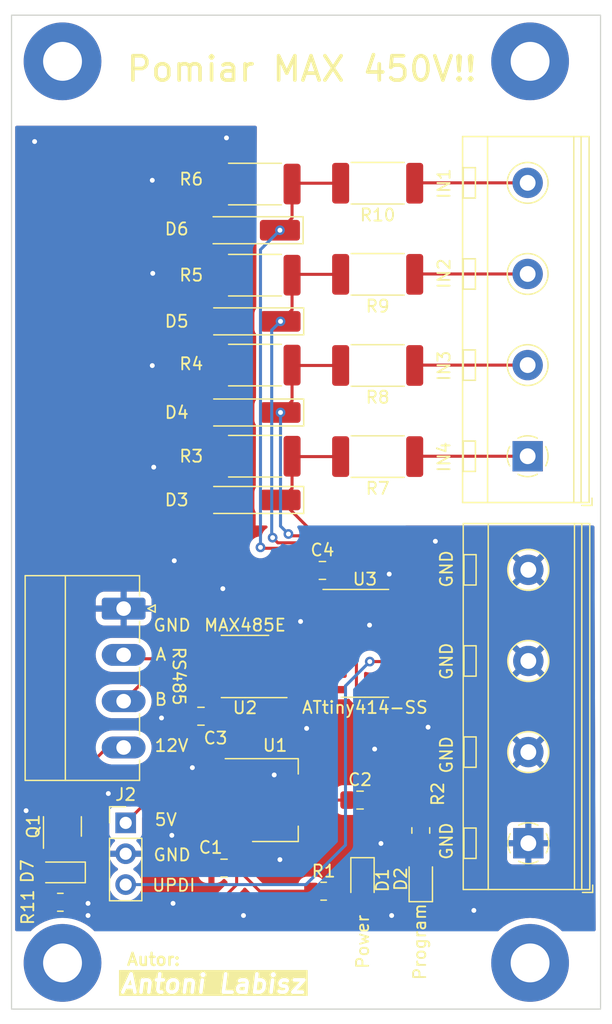
<source format=kicad_pcb>
(kicad_pcb (version 20221018) (generator pcbnew)
  (layers (0 "F.Cu" signal) (31 "B.Cu" signal) (34 "B.Paste" user) (35 "F.Paste" user) (36 "B.SilkS" user "B.Silkscreen") (37 "F.SilkS" user "F.Silkscreen") (38 "B.Mask" user) (39 "F.Mask" user) (44 "Edge.Cuts" user))
  (net 0 "")
  (net 1 "GND1")
  (net 2 "+12C")
  (net 3 "+5VD")
  (net 4 "Net-(D1-A)")
  (net 5 "Net-(D2-A)")
  (net 6 "A1")
  (net 7 "A2")
  (net 8 "A3")
  (net 9 "A4")
  (net 10 "A1b")
  (net 11 "B1b")
  (net 12 "UDPI")
  (net 13 "Net-(J3-Pin_1)")
  (net 14 "Net-(J3-Pin_2)")
  (net 15 "Net-(J3-Pin_3)")
  (net 16 "Net-(J3-Pin_4)")
  (net 17 "A5")
  (net 18 "RX")
  (net 19 "RE{slash}DE")
  (net 20 "TX")
  (net 24 "Net-(D7-A)")
  (net 25 "+12VA")
  (footprint "Resistor_SMD:R_2512_6332Metric_Pad1.40x3.35mm_HandSolder" (layer "F.Cu") (at 208.85 63.23 180)
    (fp_text reference "R7" (at 0 -2.62) (layer "F.SilkS"))
    (fp_text value "1k")
    (fp_line (start -2.177064 -1.71) (end 2.177064 -1.71) (stroke (width 0.12)) (layer "F.SilkS"))
    (fp_line (start -2.177064 1.71) (end 2.177064 1.71) (stroke (width 0.12)) (layer "F.SilkS"))
    (pad "1" smd roundrect (at -3.05 0 180) (size 1.4 3.35) (layers "F.Cu" "F.Paste" "F.Mask") (roundrect_rratio 0.1785707143) (net 13 "Net-(J3-Pin_1)"))
    (pad "2" smd roundrect (at 3.05 0 180) (size 1.4 3.35) (layers "F.Cu" "F.Paste" "F.Mask") (roundrect_rratio 0.1785707143) (net 6 "A1"))
  )
  (footprint "TerminalBlock_RND:TerminalBlock_RND_205-00069_1x04_P7.50mm_Horizontal" (layer "F.Cu") (at 221.255 95.05 90)
    (fp_text reference "J4")
    (fp_text value "Screw_Terminal_01x04")
    (fp_line (start -4.05 4.46) (end -4.05 5.3) (stroke (width 0.12)) (layer "F.SilkS"))
    (fp_line (start -4.05 5.3) (end -3.45 5.3) (stroke (width 0.12)) (layer "F.SilkS"))
    (fp_line (start -3.81 -5.36) (end -3.81 5.06) (stroke (width 0.12)) (layer "F.SilkS"))
    (fp_line (start -3.81 -5.36) (end 26.31 -5.36) (stroke (width 0.12)) (layer "F.SilkS"))
    (fp_line (start -3.81 -3.301) (end 26.31 -3.301) (stroke (width 0.12)) (layer "F.SilkS"))
    (fp_line (start -3.81 3.8) (end 26.31 3.8) (stroke (width 0.12)) (layer "F.SilkS"))
    (fp_line (start -3.81 4.4) (end 26.31 4.4) (stroke (width 0.12)) (layer "F.SilkS"))
    (fp_line (start -3.81 5.06) (end 26.31 5.06) (stroke (width 0.12)) (layer "F.SilkS"))
    (fp_line (start -1.25 -5.301) (end -1.25 -4.301) (stroke (width 0.12)) (layer "F.SilkS"))
    (fp_line (start -1.25 -5.301) (end 1.25 -5.301) (stroke (width 0.12)) (layer "F.SilkS"))
    (fp_line (start -1.25 -4.301) (end 1.25 -4.301) (stroke (width 0.12)) (layer "F.SilkS"))
    (fp_line (start 1.25 -5.301) (end 1.25 -4.301) (stroke (width 0.12)) (layer "F.SilkS"))
    (fp_line (start 6.25 -5.301) (end 6.25 -4.301) (stroke (width 0.12)) (layer "F.SilkS"))
    (fp_line (start 6.25 -5.301) (end 8.75 -5.301) (stroke (width 0.12)) (layer "F.SilkS"))
    (fp_line (start 6.25 -4.301) (end 8.75 -4.301) (stroke (width 0.12)) (layer "F.SilkS"))
    (fp_line (start 8.75 -5.301) (end 8.75 -4.301) (stroke (width 0.12)) (layer "F.SilkS"))
    (fp_line (start 13.75 -5.301) (end 13.75 -4.301) (stroke (width 0.12)) (layer "F.SilkS"))
    (fp_line (start 13.75 -5.301) (end 16.25 -5.301) (stroke (width 0.12)) (layer "F.SilkS"))
    (fp_line (start 13.75 -4.301) (end 16.25 -4.301) (stroke (width 0.12)) (layer "F.SilkS"))
    (fp_line (start 16.25 -5.301) (end 16.25 -4.301) (stroke (width 0.12)) (layer "F.SilkS"))
    (fp_line (start 21.25 -5.301) (end 21.25 -4.301) (stroke (width 0.12)) (layer "F.SilkS"))
    (fp_line (start 21.25 -5.301) (end 23.75 -5.301) (stroke (width 0.12)) (layer "F.SilkS"))
    (fp_line (start 21.25 -4.301) (end 23.75 -4.301) (stroke (width 0.12)) (layer "F.SilkS"))
    (fp_line (start 23.75 -5.301) (end 23.75 -4.301) (stroke (width 0.12)) (layer "F.SilkS"))
    (fp_line (start 26.31 -5.36) (end 26.31 5.06) (stroke (width 0.12)) (layer "F.SilkS"))
    (fp_arc (start -1.483953 0.789089) (mid -1.680708 0.00005) (end -1.484 -0.789) (stroke (width 0.12)) (layer "F.SilkS"))
    (fp_arc (start -0.789089 -1.483953) (mid -0.00005 -1.680708) (end 0.789 -1.484) (stroke (width 0.12)) (layer "F.SilkS"))
    (fp_arc (start 0.029383 1.68045) (mid -0.392304 1.634281) (end -0.789 1.484) (stroke (width 0.12)) (layer "F.SilkS"))
    (fp_arc (start 0.788712 1.483352) (mid 0.406429 1.630097) (end 0 1.68) (stroke (width 0.12)) (layer "F.SilkS"))
    (fp_arc (start 1.483953 -0.789089) (mid 1.680708 -0.00005) (end 1.484 0.789) (stroke (width 0.12)) (layer "F.SilkS"))
    (fp_circle (center 7.5 0) (end 9.18 0) (stroke (width 0.12)) (fill none) (layer "F.SilkS"))
    (fp_circle (center 15 0) (end 16.68 0) (stroke (width 0.12)) (fill none) (layer "F.SilkS"))
    (fp_circle (center 22.5 0) (end 24.18 0) (stroke (width 0.12)) (fill none) (layer "F.SilkS"))
    (pad "1" thru_hole rect (at 0 0 90) (size 2.5 2.5) (drill 1.3) (layers "*.Cu" "*.Mask") (net 1 "GND1"))
    (pad "2" thru_hole circle (at 7.5 0 90) (size 2.5 2.5) (drill 1.3) (layers "*.Cu" "*.Mask") (net 1 "GND1"))
    (pad "3" thru_hole circle (at 15 0 90) (size 2.5 2.5) (drill 1.3) (layers "*.Cu" "*.Mask") (net 1 "GND1"))
    (pad "4" thru_hole circle (at 22.5 0 90) (size 2.5 2.5) (drill 1.3) (layers "*.Cu" "*.Mask") (net 1 "GND1"))
  )
  (footprint "MountingHole:MountingHole_3.2mm_M3_Pad_TopBottom" (layer "F.Cu") (at 221.4 104.9)
    (fp_text reference "H2")
    (fp_text value "MountingHole")
    (pad "1" thru_hole circle (at 0 0) (size 3.6 3.6) (drill 3.2) (layers "*.Cu" "*.Mask"))
    (pad "1" connect circle (at 0 0) (size 6.4 6.4) (layers "F.Cu" "F.Mask"))
    (pad "1" connect circle (at 0 0) (size 6.4 6.4) (layers "B.Cu" "B.Mask"))
  )
  (footprint "Resistor_SMD:R_2512_6332Metric_Pad1.40x3.35mm_HandSolder" (layer "F.Cu") (at 198.75 55.7 180)
    (fp_text reference "R4" (at 5.25 0.1) (layer "F.SilkS"))
    (fp_text value "10R")
    (fp_line (start -2.177064 -1.71) (end 2.177064 -1.71) (stroke (width 0.12)) (layer "F.SilkS"))
    (fp_line (start -2.177064 1.71) (end 2.177064 1.71) (stroke (width 0.12)) (layer "F.SilkS"))
    (pad "1" smd roundrect (at -3.05 0 180) (size 1.4 3.35) (layers "F.Cu" "F.Paste" "F.Mask") (roundrect_rratio 0.1785707143) (net 7 "A2"))
    (pad "2" smd roundrect (at 3.05 0 180) (size 1.4 3.35) (layers "F.Cu" "F.Paste" "F.Mask") (roundrect_rratio 0.1785707143) (net 1 "GND1"))
  )
  (footprint "Resistor_SMD:R_2512_6332Metric_Pad1.40x3.35mm_HandSolder" (layer "F.Cu") (at 208.85 48.23 180)
    (fp_text reference "R9" (at 0 -2.62) (layer "F.SilkS"))
    (fp_text value "1k")
    (fp_line (start -2.177064 -1.71) (end 2.177064 -1.71) (stroke (width 0.12)) (layer "F.SilkS"))
    (fp_line (start -2.177064 1.71) (end 2.177064 1.71) (stroke (width 0.12)) (layer "F.SilkS"))
    (pad "1" smd roundrect (at -3.05 0 180) (size 1.4 3.35) (layers "F.Cu" "F.Paste" "F.Mask") (roundrect_rratio 0.1785707143) (net 15 "Net-(J3-Pin_3)"))
    (pad "2" smd roundrect (at 3.05 0 180) (size 1.4 3.35) (layers "F.Cu" "F.Paste" "F.Mask") (roundrect_rratio 0.1785707143) (net 8 "A3"))
  )
  (footprint "MountingHole:MountingHole_3.2mm_M3_Pad_TopBottom" (layer "F.Cu") (at 182.9 30.7)
    (fp_text reference "H4")
    (fp_text value "MountingHole")
    (pad "1" thru_hole circle (at 0 0) (size 3.6 3.6) (drill 3.2) (layers "*.Cu" "*.Mask"))
    (pad "1" connect circle (at 0 0) (size 6.4 6.4) (layers "F.Cu" "F.Mask"))
    (pad "1" connect circle (at 0 0) (size 6.4 6.4) (layers "B.Cu" "B.Mask"))
  )
  (footprint "Package_SO:SO-8_3.9x4.9mm_P1.27mm" (layer "F.Cu") (at 197.925 80.505 180)
    (fp_text reference "U2" (at 0 -3.4) (layer "F.SilkS"))
    (fp_text value "MAX485E" (at 0 3.4) (layer "F.SilkS"))
    (fp_line (start 0 -2.56) (end -3.45 -2.56) (stroke (width 0.12)) (layer "F.SilkS"))
    (fp_line (start 0 -2.56) (end 1.95 -2.56) (stroke (width 0.12)) (layer "F.SilkS"))
    (fp_line (start 0 2.56) (end -1.95 2.56) (stroke (width 0.12)) (layer "F.SilkS"))
    (fp_line (start 0 2.56) (end 1.95 2.56) (stroke (width 0.12)) (layer "F.SilkS"))
    (pad "1" smd roundrect (at -2.575 -1.905 180) (size 1.75 0.6) (layers "F.Cu" "F.Paste" "F.Mask") (net 18 "RX"))
    (pad "2" smd roundrect (at -2.575 -0.635 180) (size 1.75 0.6) (layers "F.Cu" "F.Paste" "F.Mask") (net 19 "RE{slash}DE"))
    (pad "3" smd roundrect (at -2.575 0.635 180) (size 1.75 0.6) (layers "F.Cu" "F.Paste" "F.Mask") (net 19 "RE{slash}DE"))
    (pad "4" smd roundrect (at -2.575 1.905 180) (size 1.75 0.6) (layers "F.Cu" "F.Paste" "F.Mask") (net 20 "TX"))
    (pad "5" smd roundrect (at 2.575 1.905 180) (size 1.75 0.6) (layers "F.Cu" "F.Paste" "F.Mask") (net 1 "GND1"))
    (pad "6" smd roundrect (at 2.575 0.635 180) (size 1.75 0.6) (layers "F.Cu" "F.Paste" "F.Mask") (net 10 "A1b"))
    (pad "7" smd roundrect (at 2.575 -0.635 180) (size 1.75 0.6) (layers "F.Cu" "F.Paste" "F.Mask") (net 11 "B1b"))
    (pad "8" smd roundrect (at 2.575 -1.905 180) (size 1.75 0.6) (layers "F.Cu" "F.Paste" "F.Mask") (net 3 "+5VD"))
  )
  (footprint "Diode_SMD:D_SOD-323_HandSoldering" (layer "F.Cu") (at 182.7675 97.45 180)
    (fp_text reference "D7" (at 2.7675 0.1 90) (layer "F.SilkS"))
    (fp_text value "13V")
    (fp_line (start -2.01 -0.85) (end -2.01 0.85) (stroke (width 0.12)) (layer "F.SilkS"))
    (fp_line (start -2.01 -0.85) (end 1.25 -0.85) (stroke (width 0.12)) (layer "F.SilkS"))
    (fp_line (start -2.01 0.85) (end 1.25 0.85) (stroke (width 0.12)) (layer "F.SilkS"))
    (pad "1" smd roundrect (at -1.25 0 180) (size 1 1) (layers "F.Cu" "F.Paste" "F.Mask") (net 2 "+12C"))
    (pad "2" smd roundrect (at 1.25 0 180) (size 1 1) (layers "F.Cu" "F.Paste" "F.Mask") (net 24 "Net-(D7-A)"))
  )
  (footprint "Diode_SMD:D_MiniMELF_Handsoldering" (layer "F.Cu") (at 198.1 59.6 180)
    (fp_text reference "D4" (at 5.8 0) (layer "F.SilkS"))
    (fp_text value "5v")
    (fp_line (start -4.66 -1.11) (end -4.66 1.11) (stroke (width 0.12)) (layer "F.SilkS"))
    (fp_line (start -4.66 1.11) (end 2.75 1.11) (stroke (width 0.12)) (layer "F.SilkS"))
    (fp_line (start 2.75 -1.11) (end -4.66 -1.11) (stroke (width 0.12)) (layer "F.SilkS"))
    (pad "1" smd roundrect (at -2.75 0 180) (size 3.3 1.7) (layers "F.Cu" "F.Paste" "F.Mask") (roundrect_rratio 0.1470588235) (net 7 "A2"))
    (pad "2" smd roundrect (at 2.75 0 180) (size 3.3 1.7) (layers "F.Cu" "F.Paste" "F.Mask") (roundrect_rratio 0.1470588235) (net 1 "GND1"))
  )
  (footprint "Resistor_SMD:R_2512_6332Metric_Pad1.40x3.35mm_HandSolder" (layer "F.Cu") (at 198.75 48.3 180)
    (fp_text reference "R5" (at 5.25 0) (layer "F.SilkS"))
    (fp_text value "10R")
    (fp_line (start -2.177064 -1.71) (end 2.177064 -1.71) (stroke (width 0.12)) (layer "F.SilkS"))
    (fp_line (start -2.177064 1.71) (end 2.177064 1.71) (stroke (width 0.12)) (layer "F.SilkS"))
    (pad "1" smd roundrect (at -3.05 0 180) (size 1.4 3.35) (layers "F.Cu" "F.Paste" "F.Mask") (roundrect_rratio 0.1785707143) (net 8 "A3"))
    (pad "2" smd roundrect (at 3.05 0 180) (size 1.4 3.35) (layers "F.Cu" "F.Paste" "F.Mask") (roundrect_rratio 0.1785707143) (net 1 "GND1"))
  )
  (footprint "Package_TO_SOT_SMD:SOT-223-3_TabPin2" (layer "F.Cu") (at 200.4 91.5)
    (fp_text reference "U1" (at 0 -4.5) (layer "F.SilkS"))
    (fp_text value "AMS1117-5.0")
    (fp_line (start -4.1 -3.41) (end 1.91 -3.41) (stroke (width 0.12)) (layer "F.SilkS"))
    (fp_line (start -1.85 3.41) (end 1.91 3.41) (stroke (width 0.12)) (layer "F.SilkS"))
    (fp_line (start 1.91 -3.41) (end 1.91 -2.15) (stroke (width 0.12)) (layer "F.SilkS"))
    (fp_line (start 1.91 3.41) (end 1.91 2.15) (stroke (width 0.12)) (layer "F.SilkS"))
    (pad "1" smd rect (at -3.15 -2.3) (size 2 1.5) (layers "F.Cu" "F.Paste" "F.Mask") (net 1 "GND1"))
    (pad "2" smd rect (at -3.15 0) (size 2 1.5) (layers "F.Cu" "F.Paste" "F.Mask") (net 3 "+5VD"))
    (pad "2" smd rect (at 3.15 0) (size 2 3.8) (layers "F.Cu" "F.Paste" "F.Mask") (net 3 "+5VD"))
    (pad "3" smd rect (at -3.15 2.3) (size 2 1.5) (layers "F.Cu" "F.Paste" "F.Mask") (net 2 "+12C"))
  )
  (footprint "Resistor_SMD:R_2512_6332Metric_Pad1.40x3.35mm_HandSolder" (layer "F.Cu") (at 198.75 63.2 180)
    (fp_text reference "R3" (at 5.25 0) (layer "F.SilkS"))
    (fp_text value "10R")
    (fp_line (start -2.177064 -1.71) (end 2.177064 -1.71) (stroke (width 0.12)) (layer "F.SilkS"))
    (fp_line (start -2.177064 1.71) (end 2.177064 1.71) (stroke (width 0.12)) (layer "F.SilkS"))
    (pad "1" smd roundrect (at -3.05 0 180) (size 1.4 3.35) (layers "F.Cu" "F.Paste" "F.Mask") (roundrect_rratio 0.1785707143) (net 6 "A1"))
    (pad "2" smd roundrect (at 3.05 0 180) (size 1.4 3.35) (layers "F.Cu" "F.Paste" "F.Mask") (roundrect_rratio 0.1785707143) (net 1 "GND1"))
  )
  (footprint "Package_TO_SOT_SMD:SOT-23-3" (layer "F.Cu") (at 182.89 93.6675 90)
    (fp_text reference "Q1" (at 0 -2.4 90) (layer "F.SilkS"))
    (fp_text value "AO3407A")
    (fp_line (start 0 -1.56) (end -1.8 -1.56) (stroke (width 0.12)) (layer "F.SilkS"))
    (fp_line (start 0 -1.56) (end 0.8 -1.56) (stroke (width 0.12)) (layer "F.SilkS"))
    (fp_line (start 0 1.56) (end -0.8 1.56) (stroke (width 0.12)) (layer "F.SilkS"))
    (fp_line (start 0 1.56) (end 0.8 1.56) (stroke (width 0.12)) (layer "F.SilkS"))
    (pad "1" smd roundrect (at -1.1375 -0.95 90) (size 1.325 0.6) (layers "F.Cu" "F.Paste" "F.Mask") (net 24 "Net-(D7-A)"))
    (pad "2" smd roundrect (at -1.1375 0.95 90) (size 1.325 0.6) (layers "F.Cu" "F.Paste" "F.Mask") (net 2 "+12C"))
    (pad "3" smd roundrect (at 1.1375 0 90) (size 1.325 0.6) (layers "F.Cu" "F.Paste" "F.Mask") (net 25 "+12VA"))
  )
  (footprint "Resistor_SMD:R_0805_2012Metric_Pad1.20x1.40mm_HandSolder" (layer "F.Cu") (at 182.72 99.91)
    (fp_text reference "R11" (at -2.68 0.41 90) (layer "F.SilkS"))
    (fp_text value "10k")
    (fp_line (start -0.227064 -0.735) (end 0.227064 -0.735) (stroke (width 0.12)) (layer "F.SilkS"))
    (fp_line (start -0.227064 0.735) (end 0.227064 0.735) (stroke (width 0.12)) (layer "F.SilkS"))
    (pad "1" smd roundrect (at -1 0) (size 1.2 1.4) (layers "F.Cu" "F.Paste" "F.Mask") (roundrect_rratio 0.2083333333) (net 24 "Net-(D7-A)"))
    (pad "2" smd roundrect (at 1 0) (size 1.2 1.4) (layers "F.Cu" "F.Paste" "F.Mask") (roundrect_rratio 0.2083333333) (net 1 "GND1"))
  )
  (footprint "Capacitor_SMD:C_0805_2012Metric_Pad1.18x1.45mm_HandSolder" (layer "F.Cu") (at 207.4 91.5)
    (fp_text reference "C2" (at 0 -1.68) (layer "F.SilkS"))
    (fp_text value "22u")
    (fp_line (start -0.261252 -0.735) (end 0.261252 -0.735) (stroke (width 0.12)) (layer "F.SilkS"))
    (fp_line (start -0.261252 0.735) (end 0.261252 0.735) (stroke (width 0.12)) (layer "F.SilkS"))
    (pad "1" smd roundrect (at -1.0375 0) (size 1.175 1.45) (layers "F.Cu" "F.Paste" "F.Mask") (roundrect_rratio 0.2127659574) (net 3 "+5VD"))
    (pad "2" smd roundrect (at 1.0375 0) (size 1.175 1.45) (layers "F.Cu" "F.Paste" "F.Mask") (roundrect_rratio 0.2127659574) (net 1 "GND1"))
  )
  (footprint "Resistor_SMD:R_2512_6332Metric_Pad1.40x3.35mm_HandSolder" (layer "F.Cu") (at 208.85 40.73 180)
    (fp_text reference "R10" (at 0 -2.62) (layer "F.SilkS"))
    (fp_text value "1k")
    (fp_line (start -2.177064 -1.71) (end 2.177064 -1.71) (stroke (width 0.12)) (layer "F.SilkS"))
    (fp_line (start -2.177064 1.71) (end 2.177064 1.71) (stroke (width 0.12)) (layer "F.SilkS"))
    (pad "1" smd roundrect (at -3.05 0 180) (size 1.4 3.35) (layers "F.Cu" "F.Paste" "F.Mask") (roundrect_rratio 0.1785707143) (net 16 "Net-(J3-Pin_4)"))
    (pad "2" smd roundrect (at 3.05 0 180) (size 1.4 3.35) (layers "F.Cu" "F.Paste" "F.Mask") (roundrect_rratio 0.1785707143) (net 9 "A4"))
  )
  (footprint "Diode_SMD:D_MiniMELF_Handsoldering" (layer "F.Cu") (at 198.1 52.1 180)
    (fp_text reference "D5" (at 5.8 0) (layer "F.SilkS"))
    (fp_text value "5v")
    (fp_line (start -4.66 -1.11) (end -4.66 1.11) (stroke (width 0.12)) (layer "F.SilkS"))
    (fp_line (start -4.66 1.11) (end 2.75 1.11) (stroke (width 0.12)) (layer "F.SilkS"))
    (fp_line (start 2.75 -1.11) (end -4.66 -1.11) (stroke (width 0.12)) (layer "F.SilkS"))
    (pad "1" smd roundrect (at -2.75 0 180) (size 3.3 1.7) (layers "F.Cu" "F.Paste" "F.Mask") (roundrect_rratio 0.1470588235) (net 8 "A3"))
    (pad "2" smd roundrect (at 2.75 0 180) (size 3.3 1.7) (layers "F.Cu" "F.Paste" "F.Mask") (roundrect_rratio 0.1470588235) (net 1 "GND1"))
  )
  (footprint "Connector_PinHeader_2.54mm:PinHeader_1x03_P2.54mm_Vertical" (layer "F.Cu") (at 188.1 93.375)
    (fp_text reference "J2" (at 0 -2.33) (layer "F.SilkS"))
    (fp_text value "Conn_01x03")
    (fp_line (start -1.33 -1.33) (end 0 -1.33) (stroke (width 0.12)) (layer "F.SilkS"))
    (fp_line (start -1.33 0) (end -1.33 -1.33) (stroke (width 0.12)) (layer "F.SilkS"))
    (fp_line (start -1.33 1.27) (end -1.33 6.41) (stroke (width 0.12)) (layer "F.SilkS"))
    (fp_line (start -1.33 1.27) (end 1.33 1.27) (stroke (width 0.12)) (layer "F.SilkS"))
    (fp_line (start -1.33 6.41) (end 1.33 6.41) (stroke (width 0.12)) (layer "F.SilkS"))
    (fp_line (start 1.33 1.27) (end 1.33 6.41) (stroke (width 0.12)) (layer "F.SilkS"))
    (pad "1" thru_hole rect (at 0 0) (size 1.7 1.7) (drill 1) (layers "*.Cu" "*.Mask") (net 3 "+5VD"))
    (pad "2" thru_hole oval (at 0 2.54) (size 1.7 1.7) (drill 1) (layers "*.Cu" "*.Mask") (net 1 "GND1"))
    (pad "3" thru_hole oval (at 0 5.08) (size 1.7 1.7) (drill 1) (layers "*.Cu" "*.Mask") (net 12 "UDPI"))
  )
  (footprint "Resistor_SMD:R_2512_6332Metric_Pad1.40x3.35mm_HandSolder" (layer "F.Cu") (at 208.85 55.73 180)
    (fp_text reference "R8" (at 0 -2.62) (layer "F.SilkS"))
    (fp_text value "1k")
    (fp_line (start -2.177064 -1.71) (end 2.177064 -1.71) (stroke (width 0.12)) (layer "F.SilkS"))
    (fp_line (start -2.177064 1.71) (end 2.177064 1.71) (stroke (width 0.12)) (layer "F.SilkS"))
    (pad "1" smd roundrect (at -3.05 0 180) (size 1.4 3.35) (layers "F.Cu" "F.Paste" "F.Mask") (roundrect_rratio 0.1785707143) (net 14 "Net-(J3-Pin_2)"))
    (pad "2" smd roundrect (at 3.05 0 180) (size 1.4 3.35) (layers "F.Cu" "F.Paste" "F.Mask") (roundrect_rratio 0.1785707143) (net 7 "A2"))
  )
  (footprint "Resistor_SMD:R_0805_2012Metric_Pad1.20x1.40mm_HandSolder" (layer "F.Cu") (at 204.4 99)
    (fp_text reference "R1" (at 0 -1.65) (layer "F.SilkS"))
    (fp_text value "1k")
    (fp_line (start -0.227064 -0.735) (end 0.227064 -0.735) (stroke (width 0.12)) (layer "F.SilkS"))
    (fp_line (start -0.227064 0.735) (end 0.227064 0.735) (stroke (width 0.12)) (layer "F.SilkS"))
    (pad "1" smd roundrect (at -1 0) (size 1.2 1.4) (layers "F.Cu" "F.Paste" "F.Mask") (roundrect_rratio 0.2083333333) (net 2 "+12C"))
    (pad "2" smd roundrect (at 1 0) (size 1.2 1.4) (layers "F.Cu" "F.Paste" "F.Mask") (roundrect_rratio 0.2083333333) (net 4 "Net-(D1-A)"))
  )
  (footprint "LED_SMD:LED_0805_2012Metric_Pad1.15x1.40mm_HandSolder" (layer "F.Cu") (at 207.6 98.1 -90)
    (fp_text reference "D1" (at 0 -1.65 90) (layer "F.SilkS"))
    (fp_text value "LED_Small")
    (fp_line (start -1.86 -0.96) (end -1.86 0.96) (stroke (width 0.12)) (layer "F.SilkS"))
    (fp_line (start -1.86 0.96) (end 1 0.96) (stroke (width 0.12)) (layer "F.SilkS"))
    (fp_line (start 1 -0.96) (end -1.86 -0.96) (stroke (width 0.12)) (layer "F.SilkS"))
    (pad "1" smd roundrect (at -1.025 0 270) (size 1.15 1.4) (layers "F.Cu" "F.Paste" "F.Mask") (roundrect_rratio 0.2173913043) (net 1 "GND1"))
    (pad "2" smd roundrect (at 1.025 0 270) (size 1.15 1.4) (layers "F.Cu" "F.Paste" "F.Mask") (roundrect_rratio 0.2173913043) (net 4 "Net-(D1-A)"))
  )
  (footprint "Resistor_SMD:R_0805_2012Metric_Pad1.20x1.40mm_HandSolder" (layer "F.Cu") (at 212.4 94 -90)
    (fp_text reference "R2" (at -3 -1.4 90) (layer "F.SilkS"))
    (fp_text value "1k")
    (fp_line (start -0.227064 -0.735) (end 0.227064 -0.735) (stroke (width 0.12)) (layer "F.SilkS"))
    (fp_line (start -0.227064 0.735) (end 0.227064 0.735) (stroke (width 0.12)) (layer "F.SilkS"))
    (pad "1" smd roundrect (at -1 0 270) (size 1.2 1.4) (layers "F.Cu" "F.Paste" "F.Mask") (roundrect_rratio 0.2083333333) (net 17 "A5"))
    (pad "2" smd roundrect (at 1 0 270) (size 1.2 1.4) (layers "F.Cu" "F.Paste" "F.Mask") (roundrect_rratio 0.2083333333) (net 5 "Net-(D2-A)"))
  )
  (footprint "Diode_SMD:D_MiniMELF_Handsoldering" (layer "F.Cu") (at 198.1 66.8 180)
    (fp_text reference "D3" (at 5.8 0) (layer "F.SilkS"))
    (fp_text value "5v")
    (fp_line (start -4.66 -1.11) (end -4.66 1.11) (stroke (width 0.12)) (layer "F.SilkS"))
    (fp_line (start -4.66 1.11) (end 2.75 1.11) (stroke (width 0.12)) (layer "F.SilkS"))
    (fp_line (start 2.75 -1.11) (end -4.66 -1.11) (stroke (width 0.12)) (layer "F.SilkS"))
    (pad "1" smd roundrect (at -2.75 0 180) (size 3.3 1.7) (layers "F.Cu" "F.Paste" "F.Mask") (roundrect_rratio 0.1470588235) (net 6 "A1"))
    (pad "2" smd roundrect (at 2.75 0 180) (size 3.3 1.7) (layers "F.Cu" "F.Paste" "F.Mask") (roundrect_rratio 0.1470588235) (net 1 "GND1"))
  )
  (footprint "LED_SMD:LED_0805_2012Metric_Pad1.15x1.40mm_HandSolder" (layer "F.Cu") (at 212.4 98 90)
    (fp_text reference "D2" (at 0 -1.65 90) (layer "F.SilkS"))
    (fp_text value "LED_Small")
    (fp_line (start -1.86 -0.96) (end -1.86 0.96) (stroke (width 0.12)) (layer "F.SilkS"))
    (fp_line (start -1.86 0.96) (end 1 0.96) (stroke (width 0.12)) (layer "F.SilkS"))
    (fp_line (start 1 -0.96) (end -1.86 -0.96) (stroke (width 0.12)) (layer "F.SilkS"))
    (pad "1" smd roundrect (at -1.025 0 90) (size 1.15 1.4) (layers "F.Cu" "F.Paste" "F.Mask") (roundrect_rratio 0.2173913043) (net 1 "GND1"))
    (pad "2" smd roundrect (at 1.025 0 90) (size 1.15 1.4) (layers "F.Cu" "F.Paste" "F.Mask") (roundrect_rratio 0.2173913043) (net 5 "Net-(D2-A)"))
  )
  (footprint "Capacitor_SMD:C_0805_2012Metric_Pad1.18x1.45mm_HandSolder" (layer "F.Cu") (at 196.2 97.1)
    (fp_text reference "C1" (at -1.1 -1.7) (layer "F.SilkS"))
    (fp_text value "22u")
    (fp_line (start -0.261252 -0.735) (end 0.261252 -0.735) (stroke (width 0.12)) (layer "F.SilkS"))
    (fp_line (start -0.261252 0.735) (end 0.261252 0.735) (stroke (width 0.12)) (layer "F.SilkS"))
    (pad "1" smd roundrect (at -1.0375 0) (size 1.175 1.45) (layers "F.Cu" "F.Paste" "F.Mask") (roundrect_rratio 0.2127659574) (net 1 "GND1"))
    (pad "2" smd roundrect (at 1.0375 0) (size 1.175 1.45) (layers "F.Cu" "F.Paste" "F.Mask") (roundrect_rratio 0.2127659574) (net 2 "+12C"))
  )
  (footprint "Capacitor_SMD:C_0805_2012Metric_Pad1.18x1.45mm_HandSolder" (layer "F.Cu") (at 204.3 72.6)
    (fp_text reference "C4" (at 0 -1.68) (layer "F.SilkS"))
    (fp_text value "100n")
    (fp_line (start -0.261252 -0.735) (end 0.261252 -0.735) (stroke (width 0.12)) (layer "F.SilkS"))
    (fp_line (start -0.261252 0.735) (end 0.261252 0.735) (stroke (width 0.12)) (layer "F.SilkS"))
    (pad "1" smd roundrect (at -1.0375 0) (size 1.175 1.45) (layers "F.Cu" "F.Paste" "F.Mask") (roundrect_rratio 0.2127659574) (net 1 "GND1"))
    (pad "2" smd roundrect (at 1.0375 0) (size 1.175 1.45) (layers "F.Cu" "F.Paste" "F.Mask") (roundrect_rratio 0.2127659574) (net 3 "+5VD"))
  )
  (footprint "Capacitor_SMD:C_0805_2012Metric_Pad1.18x1.45mm_HandSolder" (layer "F.Cu") (at 194.3 84.6)
    (fp_text reference "C3" (at 1.2 1.8) (layer "F.SilkS"))
    (fp_text value "100n")
    (fp_line (start -0.261252 -0.735) (end 0.261252 -0.735) (stroke (width 0.12)) (layer "F.SilkS"))
    (fp_line (start -0.261252 0.735) (end 0.261252 0.735) (stroke (width 0.12)) (layer "F.SilkS"))
    (pad "1" smd roundrect (at -1.0375 0) (size 1.175 1.45) (layers "F.Cu" "F.Paste" "F.Mask") (roundrect_rratio 0.2127659574) (net 1 "GND1"))
    (pad "2" smd roundrect (at 1.0375 0) (size 1.175 1.45) (layers "F.Cu" "F.Paste" "F.Mask") (roundrect_rratio 0.2127659574) (net 3 "+5VD"))
  )
  (footprint "Diode_SMD:D_MiniMELF_Handsoldering" (layer "F.Cu") (at 198.05 44.6 180)
    (fp_text reference "D6" (at 5.75 0.1) (layer "F.SilkS"))
    (fp_text value "5v")
    (fp_line (start -4.66 -1.11) (end -4.66 1.11) (stroke (width 0.12)) (layer "F.SilkS"))
    (fp_line (start -4.66 1.11) (end 2.75 1.11) (stroke (width 0.12)) (layer "F.SilkS"))
    (fp_line (start 2.75 -1.11) (end -4.66 -1.11) (stroke (width 0.12)) (layer "F.SilkS"))
    (pad "1" smd roundrect (at -2.75 0 180) (size 3.3 1.7) (layers "F.Cu" "F.Paste" "F.Mask") (roundrect_rratio 0.1470588235) (net 9 "A4"))
    (pad "2" smd roundrect (at 2.75 0 180) (size 3.3 1.7) (layers "F.Cu" "F.Paste" "F.Mask") (roundrect_rratio 0.1470588235) (net 1 "GND1"))
  )
  (footprint "TerminalBlock_RND:TerminalBlock_RND_205-00069_1x04_P7.50mm_Horizontal" (layer "F.Cu") (at 221.2 63.2 90)
    (fp_text reference "J3")
    (fp_text value "Screw_Terminal_01x04")
    (fp_line (start -4.05 4.46) (end -4.05 5.3) (stroke (width 0.12)) (layer "F.SilkS"))
    (fp_line (start -4.05 5.3) (end -3.45 5.3) (stroke (width 0.12)) (layer "F.SilkS"))
    (fp_line (start -3.81 -5.36) (end -3.81 5.06) (stroke (width 0.12)) (layer "F.SilkS"))
    (fp_line (start -3.81 -5.36) (end 26.31 -5.36) (stroke (width 0.12)) (layer "F.SilkS"))
    (fp_line (start -3.81 -3.301) (end 26.31 -3.301) (stroke (width 0.12)) (layer "F.SilkS"))
    (fp_line (start -3.81 3.8) (end 26.31 3.8) (stroke (width 0.12)) (layer "F.SilkS"))
    (fp_line (start -3.81 4.4) (end 26.31 4.4) (stroke (width 0.12)) (layer "F.SilkS"))
    (fp_line (start -3.81 5.06) (end 26.31 5.06) (stroke (width 0.12)) (layer "F.SilkS"))
    (fp_line (start -1.25 -5.301) (end -1.25 -4.301) (stroke (width 0.12)) (layer "F.SilkS"))
    (fp_line (start -1.25 -5.301) (end 1.25 -5.301) (stroke (width 0.12)) (layer "F.SilkS"))
    (fp_line (start -1.25 -4.301) (end 1.25 -4.301) (stroke (width 0.12)) (layer "F.SilkS"))
    (fp_line (start 1.25 -5.301) (end 1.25 -4.301) (stroke (width 0.12)) (layer "F.SilkS"))
    (fp_line (start 6.25 -5.301) (end 6.25 -4.301) (stroke (width 0.12)) (layer "F.SilkS"))
    (fp_line (start 6.25 -5.301) (end 8.75 -5.301) (stroke (width 0.12)) (layer "F.SilkS"))
    (fp_line (start 6.25 -4.301) (end 8.75 -4.301) (stroke (width 0.12)) (layer "F.SilkS"))
    (fp_line (start 8.75 -5.301) (end 8.75 -4.301) (stroke (width 0.12)) (layer "F.SilkS"))
    (fp_line (start 13.75 -5.301) (end 13.75 -4.301) (stroke (width 0.12)) (layer "F.SilkS"))
    (fp_line (start 13.75 -5.301) (end 16.25 -5.301) (stroke (width 0.12)) (layer "F.SilkS"))
    (fp_line (start 13.75 -4.301) (end 16.25 -4.301) (stroke (width 0.12)) (layer "F.SilkS"))
    (fp_line (start 16.25 -5.301) (end 16.25 -4.301) (stroke (width 0.12)) (layer "F.SilkS"))
    (fp_line (start 21.25 -5.301) (end 21.25 -4.301) (stroke (width 0.12)) (layer "F.SilkS"))
    (fp_line (start 21.25 -5.301) (end 23.75 -5.301) (stroke (width 0.12)) (layer "F.SilkS"))
    (fp_line (start 21.25 -4.301) (end 23.75 -4.301) (stroke (width 0.12)) (layer "F.SilkS"))
    (fp_line (start 23.75 -5.301) (end 23.75 -4.301) (stroke (width 0.12)) (layer "F.SilkS"))
    (fp_line (start 26.31 -5.36) (end 26.31 5.06) (stroke (width 0.12)) (layer "F.SilkS"))
    (fp_arc (start -1.483953 0.789089) (mid -1.680708 0.00005) (end -1.484 -0.789) (stroke (width 0.12)) (layer "F.SilkS"))
    (fp_arc (start -0.789089 -1.483953) (mid -0.00005 -1.680708) (end 0.789 -1.484) (stroke (width 0.12)) (layer "F.SilkS"))
    (fp_arc (start 0.029383 1.68045) (mid -0.392304 1.634281) (end -0.789 1.484) (stroke (width 0.12)) (layer "F.SilkS"))
    (fp_arc (start 0.788712 1.483352) (mid 0.406429 1.630097) (end 0 1.68) (stroke (width 0.12)) (layer "F.SilkS"))
    (fp_arc (start 1.483953 -0.789089) (mid 1.680708 -0.00005) (end 1.484 0.789) (stroke (width 0.12)) (layer "F.SilkS"))
    (fp_circle (center 7.5 0) (end 9.18 0) (stroke (width 0.12)) (fill none) (layer "F.SilkS"))
    (fp_circle (center 15 0) (end 16.68 0) (stroke (width 0.12)) (fill none) (layer "F.SilkS"))
    (fp_circle (center 22.5 0) (end 24.18 0) (stroke (width 0.12)) (fill none) (layer "F.SilkS"))
    (pad "1" thru_hole rect (at 0 0 90) (size 2.5 2.5) (drill 1.3) (layers "*.Cu" "*.Mask") (net 13 "Net-(J3-Pin_1)"))
    (pad "2" thru_hole circle (at 7.5 0 90) (size 2.5 2.5) (drill 1.3) (layers "*.Cu" "*.Mask") (net 14 "Net-(J3-Pin_2)"))
    (pad "3" thru_hole circle (at 15 0 90) (size 2.5 2.5) (drill 1.3) (layers "*.Cu" "*.Mask") (net 15 "Net-(J3-Pin_3)"))
    (pad "4" thru_hole circle (at 22.5 0 90) (size 2.5 2.5) (drill 1.3) (layers "*.Cu" "*.Mask") (net 16 "Net-(J3-Pin_4)"))
  )
  (footprint "MountingHole:MountingHole_3.2mm_M3_Pad_TopBottom" (layer "F.Cu") (at 182.9 104.9)
    (fp_text reference "H3")
    (fp_text value "MountingHole")
    (pad "1" thru_hole circle (at 0 0) (size 3.6 3.6) (drill 3.2) (layers "*.Cu" "*.Mask"))
    (pad "1" connect circle (at 0 0) (size 6.4 6.4) (layers "F.Cu" "F.Mask"))
    (pad "1" connect circle (at 0 0) (size 6.4 6.4) (layers "B.Cu" "B.Mask"))
  )
  (footprint "Resistor_SMD:R_2512_6332Metric_Pad1.40x3.35mm_HandSolder" (layer "F.Cu") (at 198.75 40.8 180)
    (fp_text reference "R6" (at 5.25 0.4) (layer "F.SilkS"))
    (fp_text value "10R")
    (fp_line (start -2.177064 -1.71) (end 2.177064 -1.71) (stroke (width 0.12)) (layer "F.SilkS"))
    (fp_line (start -2.177064 1.71) (end 2.177064 1.71) (stroke (width 0.12)) (layer "F.SilkS"))
    (pad "1" smd roundrect (at -3.05 0 180) (size 1.4 3.35) (layers "F.Cu" "F.Paste" "F.Mask") (roundrect_rratio 0.1785707143) (net 9 "A4"))
    (pad "2" smd roundrect (at 3.05 0 180) (size 1.4 3.35) (layers "F.Cu" "F.Paste" "F.Mask") (roundrect_rratio 0.1785707143) (net 1 "GND1"))
  )
  (footprint "Connector_Phoenix_MC:PhoenixContact_MC_1,5_4-G-3.81_1x04_P3.81mm_Horizontal" (layer "F.Cu") (at 187.9325 75.74 -90)
    (fp_text reference "J1")
    (fp_text value "Screw_Terminal_01x04")
    (fp_line (start -2.71 -1.31) (end -2.71 8.11) (stroke (width 0.12)) (layer "F.SilkS"))
    (fp_line (start -2.71 -1.31) (end -1.05 -1.31) (stroke (width 0.12)) (layer "F.SilkS"))
    (fp_line (start -2.71 4.8) (end 14.14 4.8) (stroke (width 0.12)) (layer "F.SilkS"))
    (fp_line (start -2.71 8.11) (end 14.14 8.11) (stroke (width 0.12)) (layer "F.SilkS"))
    (fp_line (start -0.3 -2.6) (end 0.3 -2.6) (stroke (width 0.12)) (layer "F.SilkS"))
    (fp_line (start 0 -2) (end -0.3 -2.6) (stroke (width 0.12)) (layer "F.SilkS"))
    (fp_line (start 0.3 -2.6) (end 0 -2) (stroke (width 0.12)) (layer "F.SilkS"))
    (fp_line (start 1.05 -1.31) (end 2.76 -1.31) (stroke (width 0.12)) (layer "F.SilkS"))
    (fp_line (start 4.86 -1.31) (end 6.57 -1.31) (stroke (width 0.12)) (layer "F.SilkS"))
    (fp_line (start 8.67 -1.31) (end 10.38 -1.31) (stroke (width 0.12)) (layer "F.SilkS"))
    (fp_line (start 14.14 -1.31) (end 12.48 -1.31) (stroke (width 0.12)) (layer "F.SilkS"))
    (fp_line (start 14.14 8.11) (end 14.14 -1.31) (stroke (width 0.12)) (layer "F.SilkS"))
    (pad "1" thru_hole roundrect (at 0 0 270) (size 1.8 3.6) (drill 1.2) (layers "*.Cu" "*.Mask") (roundrect_rratio 0.1388888889) (net 1 "GND1"))
    (pad "2" thru_hole oval (at 3.81 0 270) (size 1.8 3.6) (drill 1.2) (layers "*.Cu" "*.Mask") (net 10 "A1b"))
    (pad "3" thru_hole oval (at 7.62 0 270) (size 1.8 3.6) (drill 1.2) (layers "*.Cu" "*.Mask") (net 11 "B1b"))
    (pad "4" thru_hole oval (at 11.43 0 270) (size 1.8 3.6) (drill 1.2) (layers "*.Cu" "*.Mask") (net 25 "+12VA"))
  )
  (footprint "Package_SO:SOIC-14_3.9x8.7mm_P1.27mm" (layer "F.Cu") (at 207.8 78.6)
    (fp_text reference "U3" (at 0 -5.28) (layer "F.SilkS"))
    (fp_text value "ATtiny414-SS" (at 0 5.28) (layer "F.SilkS"))
    (fp_line (start 0 -4.435) (end -3.45 -4.435) (stroke (width 0.12)) (layer "F.SilkS"))
    (fp_line (start 0 -4.435) (end 1.95 -4.435) (stroke (width 0.12)) (layer "F.SilkS"))
    (fp_line (start 0 4.435) (end -1.95 4.435) (stroke (width 0.12)) (layer "F.SilkS"))
    (fp_line (start 0 4.435) (end 1.95 4.435) (stroke (width 0.12)) (layer "F.SilkS"))
    (pad "1" smd roundrect (at -2.475 -3.81) (size 1.95 0.6) (layers "F.Cu" "F.Paste" "F.Mask") (net 3 "+5VD"))
    (pad "2" smd roundrect (at -2.475 -2.54) (size 1.95 0.6) (layers "F.Cu" "F.Paste" "F.Mask") (net 9 "A4"))
    (pad "3" smd roundrect (at -2.475 -1.27) (size 1.95 0.6) (layers "F.Cu" "F.Paste" "F.Mask") (net 17 "A5"))
    (pad "4" smd roundrect (at -2.475 0) (size 1.95 0.6) (layers "F.Cu" "F.Paste" "F.Mask"))
    (pad "5" smd roundrect (at -2.475 1.27) (size 1.95 0.6) (layers "F.Cu" "F.Paste" "F.Mask") (net 19 "RE{slash}DE"))
    (pad "6" smd roundrect (at -2.475 2.54) (size 1.95 0.6) (layers "F.Cu" "F.Paste" "F.Mask") (net 18 "RX"))
    (pad "7" smd roundrect (at -2.475 3.81) (size 1.95 0.6) (layers "F.Cu" "F.Paste" "F.Mask") (net 20 "TX"))
    (pad "8" smd roundrect (at 2.475 3.81) (size 1.95 0.6) (layers "F.Cu" "F.Paste" "F.Mask"))
    (pad "9" smd roundrect (at 2.475 2.54) (size 1.95 0.6) (layers "F.Cu" "F.Paste" "F.Mask"))
    (pad "10" smd roundrect (at 2.475 1.27) (size 1.95 0.6) (layers "F.Cu" "F.Paste" "F.Mask") (net 12 "UDPI"))
    (pad "11" smd roundrect (at 2.475 0) (size 1.95 0.6) (layers "F.Cu" "F.Paste" "F.Mask") (net 6 "A1"))
    (pad "12" smd roundrect (at 2.475 -1.27) (size 1.95 0.6) (layers "F.Cu" "F.Paste" "F.Mask") (net 7 "A2"))
    (pad "13" smd roundrect (at 2.475 -2.54) (size 1.95 0.6) (layers "F.Cu" "F.Paste" "F.Mask") (net 8 "A3"))
    (pad "14" smd roundrect (at 2.475 -3.81) (size 1.95 0.6) (layers "F.Cu" "F.Paste" "F.Mask") (net 1 "GND1"))
  )
  (footprint "MountingHole:MountingHole_3.2mm_M3_Pad_TopBottom" (layer "F.Cu") (at 221.4 30.7)
    (fp_text reference "H1")
    (fp_text value "MountingHole")
    (pad "1" thru_hole circle (at 0 0) (size 3.6 3.6) (drill 3.2) (layers "*.Cu" "*.Mask"))
    (pad "1" connect circle (at 0 0) (size 6.4 6.4) (layers "F.Cu" "F.Mask"))
    (pad "1" connect circle (at 0 0) (size 6.4 6.4) (layers "B.Cu" "B.Mask"))
  )
  (gr_rect (start 178.7 26.9) (end 227.2 108.7) (stroke (width 0.1)) (fill none) (layer "Edge.Cuts"))
  (gr_text "Pomiar MAX 450V!!" (at 202.6 32.5) (layer "F.SilkS") (effects (font (size 2 2) (thickness 0.3)) (justify bottom)))
  (gr_text "UPDI" (at 190.2 99.1) (layer "F.SilkS") (effects (font (size 1 1)) (justify left bottom)))
  (gr_text "A" (at 190.471429 80.1) (layer "F.SilkS") (effects (font (size 1 1)) (justify left bottom)))
  (gr_text "GND" (at 215.1 96.5 90) (layer "F.SilkS") (effects (font (size 1 1)) (justify left bottom)))
  (gr_text "5V" (at 190.4 93.7) (layer "F.SilkS") (effects (font (size 1 1)) (justify left bottom)))
  (gr_text "B" (at 190.4 83.8) (layer "F.SilkS") (effects (font (size 1 1)) (justify left bottom)))
  (gr_text "12V" (at 190.4 87.6) (layer "F.SilkS") (effects (font (size 1 1)) (justify left bottom)))
  (gr_text "Power" (at 208.2 105.471428 90) (layer "F.SilkS") (effects (font (size 1 1)) (justify left bottom)))
  (gr_text "Antoni Labisz" (at 195.3 107.5) (layer "F.SilkS" knockout) (effects (font (size 1.5 1.5) (thickness 0.3) bold italic) (justify bottom)))
  (gr_text "GND" (at 215.1 81.7 90) (layer "F.SilkS") (effects (font (size 1 1)) (justify left bottom)))
  (gr_text "IN4" (at 214.9 64.6 90) (layer "F.SilkS") (effects (font (size 1 1)) (justify left bottom)))
  (gr_text "GND" (at 215.1 89.4 90) (layer "F.SilkS") (effects (font (size 1 1)) (justify left bottom)))
  (gr_text "GND" (at 215.1 74.1 90) (layer "F.SilkS") (effects (font (size 1 1)) (justify left bottom)))
  (gr_text "GND" (at 190.3 96.6) (layer "F.SilkS") (effects (font (size 1 1)) (justify left bottom)))
  (gr_text "IN2" (at 214.9 49.5 90) (layer "F.SilkS") (effects (font (size 1 1)) (justify left bottom)))
  (gr_text "RS485" (at 191.9 81.3 -90) (layer "F.SilkS") (effects (font (size 1 1)) (justify bottom)))
  (gr_text "IN3" (at 214.9 57.1 90) (layer "F.SilkS") (effects (font (size 1 1)) (justify left bottom)))
  (gr_text "Autor:" (at 190.4 105.2) (layer "F.SilkS") (effects (font (size 1 1) (thickness 0.2) bold) (justify bottom)))
  (gr_text "GND" (at 190.3 77.7) (layer "F.SilkS") (effects (font (size 1 1)) (justify left bottom)))
  (gr_text "IN1" (at 214.9 42.1 90) (layer "F.SilkS") (effects (font (size 1 1)) (justify left bottom)))
  (gr_text "Program" (at 212.9 106.4 90) (layer "F.SilkS") (effects (font (size 1 1)) (justify left bottom)))
  (segment (start 184.91 99.91) (end 185 100) (width 0.25) (layer "F.Cu") (net 1))
  (segment (start 183.72 99.91) (end 184.91 99.91) (width 0.25) (layer "F.Cu") (net 1))
  (via (at 200.33 89.43) (size 0.8) (drill 0.4) (layers "F.Cu" "B.Cu") (net 1))
  (via (at 185 101) (size 0.8) (drill 0.4) (layers "F.Cu" "B.Cu") (net 1))
  (via (at 209.8 72.9) (size 0.8) (drill 0.4) (layers "F.Cu" "B.Cu") (net 1))
  (via (at 208.18 77.1) (size 0.8) (drill 0.4) (layers "F.Cu" "B.Cu") (net 1))
  (via (at 209.12 95.07) (size 0.8) (drill 0.4) (layers "F.Cu" "B.Cu") (net 1))
  (via (at 186.67 90.96) (size 0.8) (drill 0.4) (layers "F.Cu" "B.Cu") (net 1))
  (via (at 193.59 88.83) (size 0.8) (drill 0.4) (layers "F.Cu" "B.Cu") (net 1))
  (via (at 190.29 55.74) (size 0.8) (drill 0.4) (layers "F.Cu" "B.Cu") (net 1))
  (via (at 192 100) (size 0.8) (drill 0.4) (layers "F.Cu" "B.Cu") (net 1))
  (via (at 213.6 70.2) (size 0.8) (drill 0.4) (layers "F.Cu" "B.Cu") (net 1))
  (via (at 196.4 37) (size 0.8) (drill 0.4) (layers "F.Cu" "B.Cu") (net 1))
  (via (at 200.8 96.4) (size 0.8) (drill 0.4) (layers "F.Cu" "B.Cu") (net 1))
  (via (at 196.1 74.1) (size 0.8) (drill 0.4) (layers "F.Cu" "B.Cu") (net 1))
  (via (at 208.6 87.3) (size 0.8) (drill 0.4) (layers "F.Cu" "B.Cu") (net 1))
  (via (at 216.77 100.58) (size 0.8) (drill 0.4) (layers "F.Cu" "B.Cu") (net 1))
  (via (at 192.1 71.8) (size 0.8) (drill 0.4) (layers "F.Cu" "B.Cu") (net 1))
  (via (at 179.9 92.37) (size 0.8) (drill 0.4) (layers "F.Cu" "B.Cu") (net 1))
  (via (at 197.8 101) (size 0.8) (drill 0.4) (layers "F.Cu" "B.Cu") (net 1))
  (via (at 203 85.6) (size 0.8) (drill 0.4) (layers "F.Cu" "B.Cu") (net 1))
  (via (at 191.05 84.74) (size 0.8) (drill 0.4) (layers "F.Cu" "B.Cu") (net 1))
  (via (at 190.29 40.49) (size 0.8) (drill 0.4) (layers "F.Cu" "B.Cu") (net 1))
  (via (at 191.9 94.4) (size 0.8) (drill 0.4) (layers "F.Cu" "B.Cu") (net 1))
  (via (at 202.5 76.8) (size 0.8) (drill 0.4) (layers "F.Cu" "B.Cu") (net 1))
  (via (at 180.6 37.3) (size 0.8) (drill 0.4) (layers "F.Cu" "B.Cu") (net 1))
  (via (at 190.33 48.15) (size 0.8) (drill 0.4) (layers "F.Cu" "B.Cu") (net 1))
  (via (at 190.41 64.1) (size 0.8) (drill 0.4) (layers "F.Cu" "B.Cu") (net 1))
  (via (at 185 100) (size 0.8) (drill 0.4) (layers "F.Cu" "B.Cu") (net 1))
  (via (at 210 101) (size 0.8) (drill 0.4) (layers "F.Cu" "B.Cu") (net 1))
  (via (at 213 85.5) (size 0.8) (drill 0.4) (layers "F.Cu" "B.Cu") (net 1))
  (segment (start 185.85 99.4) (end 185.85 100.75) (width 0.25) (layer "F.Cu") (net 2))
  (segment (start 197.25 97.0875) (end 197.2375 97.1) (width 0.25) (layer "F.Cu") (net 2))
  (segment (start 184.0175 97.45) (end 184.0175 97.5675) (width 0.25) (layer "F.Cu") (net 2))
  (segment (start 184.0175 97.5675) (end 185.85 99.4) (width 0.25) (layer "F.Cu") (net 2))
  (segment (start 194 101.7) (end 197.2375 98.4625) (width 0.25) (layer "F.Cu") (net 2))
  (segment (start 185.85 100.75) (end 186.8 101.7) (width 0.25) (layer "F.Cu") (net 2))
  (segment (start 197.2375 98.4625) (end 197.2375 97.1) (width 0.25) (layer "F.Cu") (net 2))
  (segment (start 197.25 93.8) (end 197.25 97.0875) (width 0.25) (layer "F.Cu") (net 2))
  (segment (start 199.1375 99) (end 197.2375 97.1) (width 0.25) (layer "F.Cu") (net 2))
  (segment (start 183.84 97.2725) (end 184.0175 97.45) (width 0.25) (layer "F.Cu") (net 2))
  (segment (start 203.4 99) (end 199.1375 99) (width 0.25) (layer "F.Cu") (net 2))
  (segment (start 183.84 94.805) (end 183.84 97.2725) (width 0.25) (layer "F.Cu") (net 2))
  (segment (start 186.8 101.7) (end 194 101.7) (width 0.25) (layer "F.Cu") (net 2))
  (segment (start 195.3375 84.6) (end 198.7 84.6) (width 0.25) (layer "F.Cu") (net 3))
  (segment (start 200.61 74.79) (end 197 78.4) (width 0.25) (layer "F.Cu") (net 3))
  (segment (start 195.35 82.41) (end 195.35 84.5875) (width 0.25) (layer "F.Cu") (net 3))
  (segment (start 189.975 91.5) (end 188.1 93.375) (width 0.25) (layer "F.Cu") (net 3))
  (segment (start 197.25 91.5) (end 189.975 91.5) (width 0.25) (layer "F.Cu") (net 3))
  (segment (start 198.7 84.6) (end 203.55 89.45) (width 0.25) (layer "F.Cu") (net 3))
  (segment (start 205.3375 72.6) (end 205.3375 74.7775) (width 0.25) (layer "F.Cu") (net 3))
  (segment (start 197 78.4) (end 197 81.9) (width 0.25) (layer "F.Cu") (net 3))
  (segment (start 206.3625 91.5) (end 203.55 91.5) (width 0.25) (layer "F.Cu") (net 3))
  (segment (start 205.3375 74.7775) (end 205.325 74.79) (width 0.25) (layer "F.Cu") (net 3))
  (segment (start 205.325 74.79) (end 200.61 74.79) (width 0.25) (layer "F.Cu") (net 3))
  (segment (start 195.35 84.5875) (end 195.3375 84.6) (width 0.25) (layer "F.Cu") (net 3))
  (segment (start 197.25 91.5) (end 203.55 91.5) (width 0.25) (layer "F.Cu") (net 3))
  (segment (start 203.55 89.45) (end 203.55 91.5) (width 0.25) (layer "F.Cu") (net 3))
  (segment (start 196.49 82.41) (end 195.35 82.41) (width 0.25) (layer "F.Cu") (net 3))
  (segment (start 197 81.9) (end 196.49 82.41) (width 0.25) (layer "F.Cu") (net 3))
  (segment (start 205.4 99) (end 207.475 99) (width 0.25) (layer "F.Cu") (net 4))
  (segment (start 207.475 99) (end 207.6 99.125) (width 0.25) (layer "F.Cu") (net 4))
  (segment (start 212.4 96.975) (end 212.4 95) (width 0.25) (layer "F.Cu") (net 5))
  (segment (start 210.275 78.6) (end 214 78.6) (width 0.25) (layer "F.Cu") (net 6))
  (segment (start 214.3 73.2) (end 210.4 69.3) (width 0.25) (layer "F.Cu") (net 6))
  (segment (start 214.3 78.3) (end 214.3 73.2) (width 0.25) (layer "F.Cu") (net 6))
  (segment (start 210.4 69.3) (end 203.35 69.3) (width 0.25) (layer "F.Cu") (net 6))
  (segment (start 201.83 63.23) (end 201.8 63.2) (width 0.25) (layer "F.Cu") (net 6))
  (segment (start 201.8 63.2) (end 201.8 65.85) (width 0.25) (layer "F.Cu") (net 6))
  (segment (start 201.8 65.85) (end 200.85 66.8) (width 0.25) (layer "F.Cu") (net 6))
  (segment (start 205.8 63.23) (end 201.83 63.23) (width 0.25) (layer "F.Cu") (net 6))
  (segment (start 214 78.6) (end 214.3 78.3) (width 0.25) (layer "F.Cu") (net 6))
  (segment (start 203.35 69.3) (end 200.85 66.8) (width 0.25) (layer "F.Cu") (net 6))
  (segment (start 201.65 69.75) (end 201.5 69.6) (width 0.25) (layer "F.Cu") (net 7))
  (segment (start 205.8 55.73) (end 201.83 55.73) (width 0.25) (layer "F.Cu") (net 7))
  (segment (start 201.8 58.65) (end 200.85 59.6) (width 0.25) (layer "F.Cu") (net 7))
  (segment (start 210.275 77.33) (end 213.72 77.33) (width 0.25) (layer "F.Cu") (net 7))
  (segment (start 210.1 69.75) (end 209.5 69.75) (width 0.25) (layer "F.Cu") (net 7))
  (segment (start 213.85 73.5) (end 210.1 69.75) (width 0.25) (layer "F.Cu") (net 7))
  (segment (start 201.83 55.73) (end 201.8 55.7) (width 0.25) (layer "F.Cu") (net 7))
  (segment (start 213.85 77.2) (end 213.85 73.5) (width 0.25) (layer "F.Cu") (net 7))
  (segment (start 209.5 69.75) (end 201.65 69.75) (width 0.25) (layer "F.Cu") (net 7))
  (segment (start 213.72 77.33) (end 213.85 77.2) (width 0.25) (layer "F.Cu") (net 7))
  (segment (start 201.8 55.7) (end 201.8 58.65) (width 0.25) (layer "F.Cu") (net 7))
  (via (at 200.85 59.6) (size 0.8) (drill 0.4) (layers "F.Cu" "B.Cu") (net 7))
  (via (at 201.5 69.6) (size 0.8) (drill 0.4) (layers "F.Cu" "B.Cu") (net 7))
  (segment (start 201.5 69.6) (end 200.85 68.95) (width 0.25) (layer "B.Cu") (net 7))
  (segment (start 200.85 68.95) (end 200.85 59.6) (width 0.25) (layer "B.Cu") (net 7))
  (segment (start 210.275 76.06) (end 213.14 76.06) (width 0.25) (layer "F.Cu") (net 8))
  (segment (start 213.4 73.7) (end 209.9 70.2) (width 0.25) (layer "F.Cu") (net 8))
  (segment (start 209 70.2) (end 208.875 70.325) (width 0.25) (layer "F.Cu") (net 8))
  (segment (start 208.875 70.325) (end 200.625 70.325) (width 0.25) (layer "F.Cu") (net 8))
  (segment (start 200.625 70.325) (end 200.2 69.9) (width 0.25) (layer "F.Cu") (net 8))
  (segment (start 201.87 48.23) (end 201.8 48.3) (width 0.25) (layer "F.Cu") (net 8))
  (segment (start 209.9 70.2) (end 209 70.2) (width 0.25) (layer "F.Cu") (net 8))
  (segment (start 213.4 75.8) (end 213.4 73.7) (width 0.25) (layer "F.Cu") (net 8))
  (segment (start 201.8 51.15) (end 200.85 52.1) (width 0.25) (layer "F.Cu") (net 8))
  (segment (start 201.8 48.3) (end 201.8 51.15) (width 0.25) (layer "F.Cu") (net 8))
  (segment (start 205.8 48.23) (end 201.87 48.23) (width 0.25) (layer "F.Cu") (net 8))
  (segment (start 213.14 76.06) (end 213.4 75.8) (width 0.25) (layer "F.Cu") (net 8))
  (via (at 200.2 69.9) (size 0.8) (drill 0.4) (layers "F.Cu" "B.Cu") (net 8))
  (via (at 200.85 52.1) (size 0.8) (drill 0.4) (layers "F.Cu" "B.Cu") (net 8))
  (segment (start 200.2 69.9) (end 200.125 69.825) (width 0.25) (layer "B.Cu") (net 8))
  (segment (start 200.125 69.825) (end 200.125 52.825) (width 0.25) (layer "B.Cu") (net 8))
  (segment (start 200.125 52.825) (end 200.85 52.1) (width 0.25) (layer "B.Cu") (net 8))
  (segment (start 205.8 40.73) (end 201.87 40.73) (width 0.25) (layer "F.Cu") (net 9))
  (segment (start 207.34 76.06) (end 207.8 75.6) (width 0.25) (layer "F.Cu") (net 9))
  (segment (start 207.8 71.3) (end 207.275 70.775) (width 0.25) (layer "F.Cu") (net 9))
  (segment (start 207.8 75.6) (end 207.8 71.3) (width 0.25) (layer "F.Cu") (net 9))
  (segment (start 201.8 40.8) (end 201.8 43.6) (width 0.25) (layer "F.Cu") (net 9))
  (segment (start 201.8 43.6) (end 200.8 44.6) (width 0.25) (layer "F.Cu") (net 9))
  (segment (start 207.2 70.775) (end 199.275 70.775) (width 0.25) (layer "F.Cu") (net 9))
  (segment (start 207.275 70.775) (end 207.2 70.775) (width 0.25) (layer "F.Cu") (net 9))
  (segment (start 205.325 76.06) (end 207.34 76.06) (width 0.25) (layer "F.Cu") (net 9))
  (segment (start 199.275 70.775) (end 199.2 70.7) (width 0.25) (layer "F.Cu") (net 9))
  (segment (start 201.87 40.73) (end 201.8 40.8) (width 0.25) (layer "F.Cu") (net 9))
  (via (at 199.2 70.7) (size 0.8) (drill 0.4) (layers "F.Cu" "B.Cu") (net 9))
  (via (at 200.8 44.6) (size 0.8) (drill 0.4) (layers "F.Cu" "B.Cu") (net 9))
  (segment (start 199.2 46.2) (end 200.8 44.6) (width 0.25) (layer "B.Cu") (net 9))
  (segment (start 199.2 70.7) (end 199.2 46.2) (width 0.25) (layer "B.Cu") (net 9))
  (segment (start 188.2525 79.87) (end 187.9325 79.55) (width 0.25) (layer "F.Cu") (net 10))
  (segment (start 195.35 79.87) (end 188.2525 79.87) (width 0.25) (layer "F.Cu") (net 10))
  (segment (start 195.35 81.14) (end 190.1525 81.14) (width 0.25) (layer "F.Cu") (net 11))
  (segment (start 190.1525 81.14) (end 187.9325 83.36) (width 0.25) (layer "F.Cu") (net 11))
  (segment (start 210.045 80.1) (end 210.275 79.87) (width 0.25) (layer "F.Cu") (net 12))
  (segment (start 208.2 80.1) (end 210.045 80.1) (width 0.25) (layer "F.Cu") (net 12))
  (via (at 208.2 80.1) (size 0.8) (drill 0.4) (layers "F.Cu" "B.Cu") (net 12))
  (segment (start 202.945 98.455) (end 206.2 95.2) (width 0.25) (layer "B.Cu") (net 12))
  (segment (start 206.2 82.1) (end 208.2 80.1) (width 0.25) (layer "B.Cu") (net 12))
  (segment (start 188.1 98.455) (end 202.945 98.455) (width 0.25) (layer "B.Cu") (net 12))
  (segment (start 206.2 95.2) (end 206.2 82.1) (width 0.25) (layer "B.Cu") (net 12))
  (segment (start 211.93 63.2) (end 211.9 63.23) (width 0.25) (layer "F.Cu") (net 13))
  (segment (start 221.2 63.2) (end 211.93 63.2) (width 0.25) (layer "F.Cu") (net 13))
  (segment (start 221.2 55.7) (end 211.93 55.7) (width 0.25) (layer "F.Cu") (net 14))
  (segment (start 211.93 55.7) (end 211.9 55.73) (width 0.25) (layer "F.Cu") (net 14))
  (segment (start 211.93 48.2) (end 211.9 48.23) (width 0.25) (layer "F.Cu") (net 15))
  (segment (start 221.2 48.2) (end 211.93 48.2) (width 0.25) (layer "F.Cu") (net 15))
  (segment (start 221.2 40.7) (end 211.93 40.7) (width 0.25) (layer "F.Cu") (net 16))
  (segment (start 211.93 40.7) (end 211.9 40.73) (width 0.25) (layer "F.Cu") (net 16))
  (segment (start 207.1 82.9) (end 207.1 77.7) (width 0.25) (layer "F.Cu") (net 17))
  (segment (start 207.1 77.7) (end 206.73 77.33) (width 0.25) (layer "F.Cu") (net 17))
  (segment (start 206.73 77.33) (end 205.325 77.33) (width 0.25) (layer "F.Cu") (net 17))
  (segment (start 212.4 93) (end 212.4 88.2) (width 0.25) (layer "F.Cu") (net 17))
  (segment (start 212.4 88.2) (end 207.1 82.9) (width 0.25) (layer "F.Cu") (net 17))
  (segment (start 202.644999 81.14) (end 205.325 81.14) (width 0.25) (layer "F.Cu") (net 18))
  (segment (start 201.374999 82.41) (end 202.644999 81.14) (width 0.25) (layer "F.Cu") (net 18))
  (segment (start 200.5 82.41) (end 201.374999 82.41) (width 0.25) (layer "F.Cu") (net 18))
  (segment (start 200.5 79.87) (end 205.325 79.87) (width 0.25) (layer "F.Cu") (net 19))
  (segment (start 200.5 81.14) (end 200.5 79.87) (width 0.25) (layer "F.Cu") (net 19))
  (segment (start 204.29 82.41) (end 205.325 82.41) (width 0.25) (layer "F.Cu") (net 20))
  (segment (start 200.5 78.6) (end 199.1 78.6) (width 0.25) (layer "F.Cu") (net 20))
  (segment (start 199.6 83.4) (end 203.3 83.4) (width 0.25) (layer "F.Cu") (net 20))
  (segment (start 199.1 78.6) (end 198.9 78.8) (width 0.25) (layer "F.Cu") (net 20))
  (segment (start 198.9 82.7) (end 199.6 83.4) (width 0.25) (layer "F.Cu") (net 20))
  (segment (start 203.3 83.4) (end 204.29 82.41) (width 0.25) (layer "F.Cu") (net 20))
  (segment (start 198.9 78.8) (end 198.9 82.7) (width 0.25) (layer "F.Cu") (net 20))
  (segment (start 181.5175 99.7075) (end 181.72 99.91) (width 0.25) (layer "F.Cu") (net 24))
  (segment (start 181.94 94.805) (end 181.94 97.0275) (width 0.25) (layer "F.Cu") (net 24))
  (segment (start 181.94 97.0275) (end 181.5175 97.45) (width 0.25) (layer "F.Cu") (net 24))
  (segment (start 181.5175 97.45) (end 181.5175 99.7075) (width 0.25) (layer "F.Cu") (net 24))
  (segment (start 182.89 90.85) (end 186.57 87.17) (width 0.25) (layer "F.Cu") (net 25))
  (segment (start 182.89 92.53) (end 182.89 90.85) (width 0.25) (layer "F.Cu") (net 25))
  (segment (start 186.57 87.17) (end 187.9325 87.17) (width 0.25) (layer "F.Cu") (net 25))
  (zone (net 1) (net_name "GND1") (layers "F&B.Cu") (connect_pads (clearance 0.5)) (min_thickness 0.25) (fill yes (thermal_gap 0.5) (thermal_bridge_width 0.5))
    (polygon (pts (xy 226.7 68.9) (xy 198.8 68.9) (xy 198.9 36) (xy 179 36) (xy 179 102.3) (xy 226.8 102.3)))
  )
)
</source>
